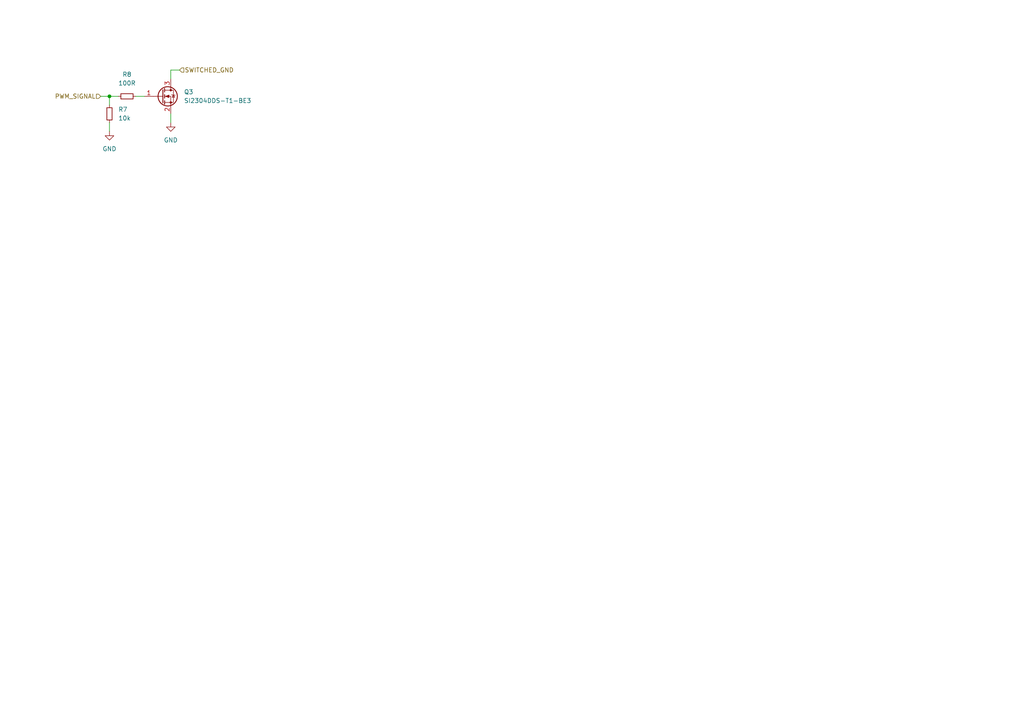
<source format=kicad_sch>
(kicad_sch (version 20211123) (generator eeschema)
  (paper "A4")
  (lib_symbols
    (symbol "Device:Q_NMOS_GSD" (pin_names (offset 0) hide)
      (property "Reference" "Q" (at 5.08 1.27 0))
      (property "Value" "Q_NMOS_GSD" (at 5.08 -1.27 0))
      (symbol "Q_NMOS_GSD_0_1"
        (polyline (pts (xy 0.254 0) (xy -2.54 0)))
        (polyline (pts (xy 0.254 1.905) (xy 0.254 -1.905)) (stroke (width 0.254)))
        (polyline (pts (xy 0.762 -1.27) (xy 0.762 -2.286)) (stroke (width 0.254)))
        (polyline (pts (xy 0.762 0.508) (xy 0.762 -0.508)) (stroke (width 0.254)))
        (polyline (pts (xy 0.762 2.286) (xy 0.762 1.27)) (stroke (width 0.254)))
        (polyline (pts (xy 2.54 2.54) (xy 2.54 1.778)))
        (polyline (pts (xy 2.54 -2.54) (xy 2.54 0) (xy 0.762 0)))
        (polyline (pts (xy 0.762 -1.778) (xy 3.302 -1.778) (xy 3.302 1.778) (xy 0.762 1.778)))
        (polyline (pts (xy 1.016 0) (xy 2.032 0.381) (xy 2.032 -0.381) (xy 1.016 0)) (fill (type outline)))
        (polyline (pts (xy 2.794 0.508) (xy 2.921 0.381) (xy 3.683 0.381) (xy 3.81 0.254)))
        (polyline (pts (xy 3.302 0.381) (xy 2.921 -0.254) (xy 3.683 -0.254) (xy 3.302 0.381)))
        (circle (center 1.651 0) (radius 2.794) (stroke (width 0.254)))
        (circle (center 2.54 -1.778) (radius 0.254) (fill (type outline)))
        (circle (center 2.54 1.778) (radius 0.254) (fill (type outline)))
      )
      (symbol "Q_NMOS_GSD_1_1"
        (pin input line (at -5.08 0 0) (length 2.54) (name "G") (number "1"))
        (pin passive line (at 2.54 -5.08 90) (length 2.54) (name "S") (number "2"))
        (pin passive line (at 2.54 5.08 270) (length 2.54) (name "D") (number "3"))
      )
    )
    (symbol "Device:R_Small" (pin_numbers hide) (pin_names (offset 0.254) hide)
      (property "Reference" "R" (at 0.762 0.508 0))
      (property "Value" "R_Small" (at 0.762 -1.016 0))
      (symbol "R_Small_0_1"
        (rectangle (start -0.762 1.778) (end 0.762 -1.778) (stroke (width 0.2032)))
      )
      (symbol "R_Small_1_1"
        (pin passive line (at 0 2.54 270) (length 0.762) (name "~") (number "1"))
        (pin passive line (at 0 -2.54 90) (length 0.762) (name "~") (number "2"))
      )
    )
    (symbol "power:GND" (power) (pin_names (offset 0))
      (property "Value" "GND" (at 0 -3.81 0))
      (symbol "GND_0_1"
        (polyline (pts (xy 0 0) (xy 0 -1.27) (xy 1.27 -1.27) (xy 0 -2.54) (xy -1.27 -1.27) (xy 0 -1.27)))
      )
      (symbol "GND_1_1"
        (pin power_in line (at 0 0 270) (length 0) hide (name "GND") (number "1"))
      )
    )
  )
  (junction (at 31.75 27.94))
  (wire (pts (xy 31.75 27.94) (xy 31.75 30.48)))
  (wire (pts (xy 49.53 33.02) (xy 49.53 35.56)))
  (wire (pts (xy 49.53 20.32) (xy 52.07 20.32)))
  (wire (pts (xy 31.75 35.56) (xy 31.75 38.1)))
  (wire (pts (xy 29.21 27.94) (xy 31.75 27.94)))
  (wire (pts (xy 49.53 22.86) (xy 49.53 20.32)))
  (wire (pts (xy 34.29 27.94) (xy 31.75 27.94)))
  (wire (pts (xy 39.37 27.94) (xy 41.91 27.94)))
  (hierarchical_label "PWM_SIGNAL" (shape input) (at 29.21 27.94 180))
  (hierarchical_label "SWITCHED_GND" (shape input) (at 52.07 20.32 0))
  (symbol (lib_id "Device:R_Small") (at 31.75 33.02 180) (unit 1)
    (property "Reference" "R7" (at 34.29 31.7499 0) (effects (justify right)))
    (property "Value" "10k" (at 34.29 34.2899 0) (effects (justify right)))
    (property "Footprint" "Resistor_SMD:R_0603_1608Metric" (effects hide))
  )
  (symbol (lib_id "Device:Q_NMOS_GSD") (at 46.99 27.94 0) (unit 1)
    (property "Reference" "Q3" (at 53.34 26.6699 0) (effects (justify left)))
    (property "Value" "SI2304DDS-T1-BE3" (at 53.34 29.2099 0) (effects (justify left)))
    (property "Footprint" "Package_TO_SOT_SMD:SOT-23" (effects hide))
  )
  (symbol (lib_id "power:GND") (at 31.75 38.1 0) (unit 1)
    (property "Reference" "#PWR0118" (effects hide))
    (property "Value" "GND" (at 31.75 43.18 0))
  )
  (symbol (lib_id "Device:R_Small") (at 36.83 27.94 90) (unit 1)
    (property "Reference" "R8" (at 36.83 21.59 90))
    (property "Value" "100R" (at 36.83 24.13 90))
    (property "Footprint" "Resistor_SMD:R_0603_1608Metric" (effects hide))
  )
  (symbol (lib_id "power:GND") (at 49.53 35.56 0) (unit 1)
    (property "Reference" "#PWR0119" (effects hide))
    (property "Value" "GND" (at 49.53 40.64 0))
  )
)
</source>
